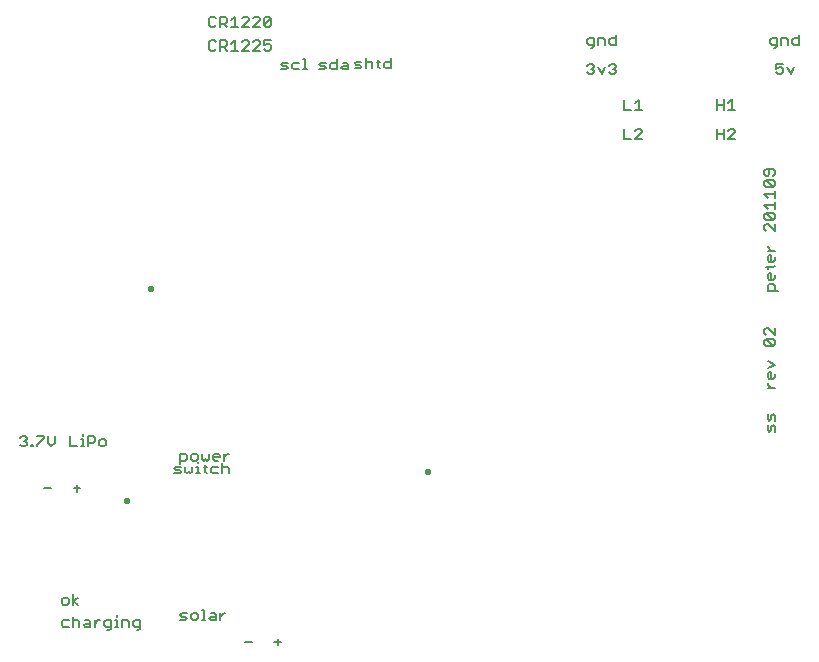
<source format=gto>
G75*
G70*
%OFA0B0*%
%FSLAX24Y24*%
%IPPOS*%
%LPD*%
%AMOC8*
5,1,8,0,0,1.08239X$1,22.5*
%
%ADD10C,0.0060*%
%ADD11C,0.0110*%
D10*
X003926Y001874D02*
X003870Y001931D01*
X003870Y002043D01*
X003926Y002100D01*
X004095Y002100D01*
X004236Y002043D02*
X004292Y002100D01*
X004405Y002100D01*
X004461Y002043D01*
X004461Y001874D01*
X004602Y001931D02*
X004658Y001987D01*
X004827Y001987D01*
X004827Y002043D02*
X004827Y001874D01*
X004658Y001874D01*
X004602Y001931D01*
X004658Y002100D02*
X004771Y002100D01*
X004827Y002043D01*
X004968Y001987D02*
X005081Y002100D01*
X005137Y002100D01*
X005273Y002043D02*
X005273Y001931D01*
X005329Y001874D01*
X005498Y001874D01*
X005498Y001818D02*
X005442Y001762D01*
X005386Y001762D01*
X005498Y001818D02*
X005498Y002100D01*
X005329Y002100D01*
X005273Y002043D01*
X004968Y002100D02*
X004968Y001874D01*
X005639Y001874D02*
X005752Y001874D01*
X005695Y001874D02*
X005695Y002100D01*
X005639Y002100D01*
X005695Y002212D02*
X005695Y002269D01*
X005883Y002100D02*
X005883Y001874D01*
X006109Y001874D02*
X006109Y002043D01*
X006052Y002100D01*
X005883Y002100D01*
X006249Y002043D02*
X006249Y001931D01*
X006306Y001874D01*
X006475Y001874D01*
X006475Y001818D02*
X006475Y002100D01*
X006306Y002100D01*
X006249Y002043D01*
X006362Y001762D02*
X006418Y001762D01*
X006475Y001818D01*
X007813Y002107D02*
X007982Y002107D01*
X008038Y002163D01*
X007982Y002219D01*
X007869Y002219D01*
X007813Y002276D01*
X007869Y002332D01*
X008038Y002332D01*
X008179Y002276D02*
X008179Y002163D01*
X008235Y002107D01*
X008348Y002107D01*
X008404Y002163D01*
X008404Y002276D01*
X008348Y002332D01*
X008235Y002332D01*
X008179Y002276D01*
X008545Y002445D02*
X008601Y002445D01*
X008601Y002107D01*
X008545Y002107D02*
X008657Y002107D01*
X008789Y002163D02*
X008845Y002219D01*
X009014Y002219D01*
X009014Y002276D02*
X009014Y002107D01*
X008845Y002107D01*
X008789Y002163D01*
X008845Y002332D02*
X008958Y002332D01*
X009014Y002276D01*
X009155Y002332D02*
X009155Y002107D01*
X009155Y002219D02*
X009268Y002332D01*
X009324Y002332D01*
X009972Y001374D02*
X010197Y001374D01*
X010956Y001374D02*
X011182Y001374D01*
X011069Y001487D02*
X011069Y001261D01*
X004405Y002622D02*
X004236Y002735D01*
X004405Y002848D01*
X004236Y002960D02*
X004236Y002622D01*
X004095Y002679D02*
X004095Y002791D01*
X004039Y002848D01*
X003926Y002848D01*
X003870Y002791D01*
X003870Y002679D01*
X003926Y002622D01*
X004039Y002622D01*
X004095Y002679D01*
X004236Y002212D02*
X004236Y001874D01*
X004095Y001874D02*
X003926Y001874D01*
X004376Y006380D02*
X004376Y006605D01*
X004263Y006492D02*
X004489Y006492D01*
X003504Y006492D02*
X003279Y006492D01*
X003041Y007898D02*
X003041Y007954D01*
X003266Y008180D01*
X003266Y008236D01*
X003041Y008236D01*
X002914Y007954D02*
X002858Y007954D01*
X002858Y007898D01*
X002914Y007898D01*
X002914Y007954D01*
X002717Y007954D02*
X002661Y007898D01*
X002548Y007898D01*
X002492Y007954D01*
X002604Y008067D02*
X002661Y008067D01*
X002717Y008011D01*
X002717Y007954D01*
X002661Y008067D02*
X002717Y008123D01*
X002717Y008180D01*
X002661Y008236D01*
X002548Y008236D01*
X002492Y008180D01*
X003407Y008236D02*
X003407Y008011D01*
X003520Y007898D01*
X003632Y008011D01*
X003632Y008236D01*
X004139Y008236D02*
X004139Y007898D01*
X004364Y007898D01*
X004505Y007898D02*
X004618Y007898D01*
X004562Y007898D02*
X004562Y008123D01*
X004505Y008123D01*
X004562Y008236D02*
X004562Y008292D01*
X004749Y008236D02*
X004918Y008236D01*
X004975Y008180D01*
X004975Y008067D01*
X004918Y008011D01*
X004749Y008011D01*
X004749Y007898D02*
X004749Y008236D01*
X005115Y008067D02*
X005115Y007954D01*
X005172Y007898D01*
X005284Y007898D01*
X005341Y007954D01*
X005341Y008067D01*
X005284Y008123D01*
X005172Y008123D01*
X005115Y008067D01*
X007626Y007158D02*
X007682Y007101D01*
X007795Y007101D01*
X007851Y007045D01*
X007795Y006989D01*
X007626Y006989D01*
X007626Y007158D02*
X007682Y007214D01*
X007851Y007214D01*
X007809Y007309D02*
X007809Y007647D01*
X007978Y007647D01*
X008034Y007591D01*
X008034Y007478D01*
X007978Y007422D01*
X007809Y007422D01*
X007992Y007214D02*
X007992Y007045D01*
X008048Y006989D01*
X008104Y007045D01*
X008161Y006989D01*
X008217Y007045D01*
X008217Y007214D01*
X008358Y007214D02*
X008414Y007214D01*
X008414Y006989D01*
X008358Y006989D02*
X008470Y006989D01*
X008658Y007045D02*
X008658Y007270D01*
X008602Y007214D02*
X008715Y007214D01*
X008846Y007158D02*
X008846Y007045D01*
X008902Y006989D01*
X009071Y006989D01*
X009212Y006989D02*
X009212Y007326D01*
X009273Y007422D02*
X009273Y007647D01*
X009273Y007534D02*
X009386Y007647D01*
X009442Y007647D01*
X009132Y007591D02*
X009132Y007534D01*
X008907Y007534D01*
X008907Y007478D02*
X008907Y007591D01*
X008963Y007647D01*
X009076Y007647D01*
X009132Y007591D01*
X009076Y007422D02*
X008963Y007422D01*
X008907Y007478D01*
X008766Y007478D02*
X008766Y007647D01*
X008766Y007478D02*
X008710Y007422D01*
X008654Y007478D01*
X008597Y007422D01*
X008541Y007478D01*
X008541Y007647D01*
X008400Y007591D02*
X008344Y007647D01*
X008231Y007647D01*
X008175Y007591D01*
X008175Y007478D01*
X008231Y007422D01*
X008344Y007422D01*
X008400Y007478D01*
X008400Y007591D01*
X008414Y007383D02*
X008414Y007326D01*
X008658Y007045D02*
X008715Y006989D01*
X008846Y007158D02*
X008902Y007214D01*
X009071Y007214D01*
X009212Y007158D02*
X009268Y007214D01*
X009381Y007214D01*
X009437Y007158D01*
X009437Y006989D01*
X022626Y018130D02*
X022851Y018130D01*
X022992Y018130D02*
X023217Y018356D01*
X023217Y018412D01*
X023161Y018468D01*
X023048Y018468D01*
X022992Y018412D01*
X022626Y018468D02*
X022626Y018130D01*
X022992Y018130D02*
X023217Y018130D01*
X023217Y019115D02*
X022992Y019115D01*
X023104Y019115D02*
X023104Y019452D01*
X022992Y019340D01*
X022851Y019115D02*
X022626Y019115D01*
X022626Y019452D01*
X022291Y020300D02*
X022178Y020300D01*
X022122Y020356D01*
X022234Y020469D02*
X022291Y020469D01*
X022347Y020412D01*
X022347Y020356D01*
X022291Y020300D01*
X022291Y020469D02*
X022347Y020525D01*
X022347Y020581D01*
X022291Y020638D01*
X022178Y020638D01*
X022122Y020581D01*
X021981Y020525D02*
X021868Y020300D01*
X021755Y020525D01*
X021615Y020525D02*
X021558Y020469D01*
X021615Y020412D01*
X021615Y020356D01*
X021558Y020300D01*
X021446Y020300D01*
X021389Y020356D01*
X021502Y020469D02*
X021558Y020469D01*
X021615Y020525D02*
X021615Y020581D01*
X021558Y020638D01*
X021446Y020638D01*
X021389Y020581D01*
X021502Y021171D02*
X021558Y021171D01*
X021615Y021228D01*
X021615Y021509D01*
X021446Y021509D01*
X021389Y021453D01*
X021389Y021340D01*
X021446Y021284D01*
X021615Y021284D01*
X021755Y021284D02*
X021755Y021509D01*
X021924Y021509D01*
X021981Y021453D01*
X021981Y021284D01*
X022122Y021340D02*
X022122Y021453D01*
X022178Y021509D01*
X022347Y021509D01*
X022347Y021622D02*
X022347Y021284D01*
X022178Y021284D01*
X022122Y021340D01*
X025720Y019456D02*
X025720Y019119D01*
X025720Y019287D02*
X025945Y019287D01*
X026086Y019344D02*
X026199Y019456D01*
X026199Y019119D01*
X026311Y019119D02*
X026086Y019119D01*
X025945Y019119D02*
X025945Y019456D01*
X025945Y018472D02*
X025945Y018134D01*
X026086Y018134D02*
X026311Y018360D01*
X026311Y018416D01*
X026255Y018472D01*
X026142Y018472D01*
X026086Y018416D01*
X025945Y018303D02*
X025720Y018303D01*
X025720Y018134D02*
X025720Y018472D01*
X026086Y018134D02*
X026311Y018134D01*
X027347Y017138D02*
X027291Y017082D01*
X027291Y016969D01*
X027347Y016913D01*
X027403Y016913D01*
X027460Y016969D01*
X027460Y017138D01*
X027572Y017138D02*
X027347Y017138D01*
X027572Y017138D02*
X027629Y017082D01*
X027629Y016969D01*
X027572Y016913D01*
X027572Y016772D02*
X027347Y016772D01*
X027572Y016547D01*
X027629Y016603D01*
X027629Y016716D01*
X027572Y016772D01*
X027347Y016772D02*
X027291Y016716D01*
X027291Y016603D01*
X027347Y016547D01*
X027572Y016547D01*
X027629Y016406D02*
X027629Y016181D01*
X027629Y016293D02*
X027291Y016293D01*
X027403Y016181D01*
X027629Y016040D02*
X027629Y015815D01*
X027629Y015927D02*
X027291Y015927D01*
X027403Y015815D01*
X027347Y015674D02*
X027572Y015674D01*
X027629Y015617D01*
X027629Y015505D01*
X027572Y015448D01*
X027347Y015674D01*
X027291Y015617D01*
X027291Y015505D01*
X027347Y015448D01*
X027572Y015448D01*
X027629Y015308D02*
X027629Y015082D01*
X027403Y015308D01*
X027347Y015308D01*
X027291Y015251D01*
X027291Y015139D01*
X027347Y015082D01*
X027403Y014580D02*
X027403Y014524D01*
X027516Y014411D01*
X027629Y014411D02*
X027403Y014411D01*
X027460Y014270D02*
X027516Y014270D01*
X027516Y014045D01*
X027572Y014045D02*
X027460Y014045D01*
X027403Y014101D01*
X027403Y014214D01*
X027460Y014270D01*
X027629Y014214D02*
X027629Y014101D01*
X027572Y014045D01*
X027629Y013914D02*
X027572Y013857D01*
X027347Y013857D01*
X027403Y013801D02*
X027403Y013914D01*
X027460Y013660D02*
X027516Y013660D01*
X027516Y013435D01*
X027572Y013435D02*
X027460Y013435D01*
X027403Y013491D01*
X027403Y013604D01*
X027460Y013660D01*
X027629Y013604D02*
X027629Y013491D01*
X027572Y013435D01*
X027572Y013294D02*
X027629Y013238D01*
X027629Y013069D01*
X027741Y013069D02*
X027403Y013069D01*
X027403Y013238D01*
X027460Y013294D01*
X027572Y013294D01*
X027629Y011830D02*
X027629Y011604D01*
X027403Y011830D01*
X027347Y011830D01*
X027291Y011773D01*
X027291Y011661D01*
X027347Y011604D01*
X027347Y011464D02*
X027572Y011238D01*
X027629Y011295D01*
X027629Y011407D01*
X027572Y011464D01*
X027347Y011464D01*
X027291Y011407D01*
X027291Y011295D01*
X027347Y011238D01*
X027572Y011238D01*
X027403Y010731D02*
X027629Y010619D01*
X027403Y010506D01*
X027460Y010365D02*
X027516Y010365D01*
X027516Y010140D01*
X027572Y010140D02*
X027460Y010140D01*
X027403Y010196D01*
X027403Y010309D01*
X027460Y010365D01*
X027629Y010309D02*
X027629Y010196D01*
X027572Y010140D01*
X027403Y010004D02*
X027403Y009948D01*
X027516Y009835D01*
X027629Y009835D02*
X027403Y009835D01*
X027403Y008962D02*
X027403Y008793D01*
X027460Y008737D01*
X027516Y008793D01*
X027516Y008906D01*
X027572Y008962D01*
X027629Y008906D01*
X027629Y008737D01*
X027572Y008596D02*
X027516Y008539D01*
X027516Y008427D01*
X027460Y008370D01*
X027403Y008427D01*
X027403Y008596D01*
X027572Y008596D02*
X027629Y008539D01*
X027629Y008370D01*
X027745Y020300D02*
X027689Y020356D01*
X027745Y020300D02*
X027858Y020300D01*
X027914Y020356D01*
X027914Y020469D01*
X027858Y020525D01*
X027801Y020525D01*
X027689Y020469D01*
X027689Y020638D01*
X027914Y020638D01*
X028055Y020525D02*
X028167Y020300D01*
X028280Y020525D01*
X028280Y021284D02*
X028224Y021340D01*
X028224Y021453D01*
X028280Y021509D01*
X028449Y021509D01*
X028449Y021622D02*
X028449Y021284D01*
X028280Y021284D01*
X028083Y021284D02*
X028083Y021453D01*
X028027Y021509D01*
X027858Y021509D01*
X027858Y021284D01*
X027717Y021284D02*
X027548Y021284D01*
X027492Y021340D01*
X027492Y021453D01*
X027548Y021509D01*
X027717Y021509D01*
X027717Y021228D01*
X027661Y021171D01*
X027604Y021171D01*
X014835Y020834D02*
X014835Y020496D01*
X014666Y020496D01*
X014610Y020553D01*
X014610Y020665D01*
X014666Y020722D01*
X014835Y020722D01*
X014478Y020722D02*
X014366Y020722D01*
X014422Y020778D02*
X014422Y020553D01*
X014478Y020496D01*
X014225Y020496D02*
X014225Y020665D01*
X014169Y020722D01*
X014056Y020722D01*
X014000Y020665D01*
X013859Y020722D02*
X013690Y020722D01*
X013633Y020665D01*
X013690Y020609D01*
X013802Y020609D01*
X013859Y020553D01*
X013802Y020496D01*
X013633Y020496D01*
X013410Y020457D02*
X013241Y020457D01*
X013185Y020513D01*
X013241Y020570D01*
X013410Y020570D01*
X013410Y020626D02*
X013410Y020457D01*
X013410Y020626D02*
X013354Y020682D01*
X013241Y020682D01*
X013044Y020682D02*
X012875Y020682D01*
X012818Y020626D01*
X012818Y020513D01*
X012875Y020457D01*
X013044Y020457D01*
X013044Y020795D01*
X012678Y020682D02*
X012509Y020682D01*
X012452Y020626D01*
X012509Y020570D01*
X012621Y020570D01*
X012678Y020513D01*
X012621Y020457D01*
X012452Y020457D01*
X012037Y020457D02*
X011925Y020457D01*
X011981Y020457D02*
X011981Y020795D01*
X011925Y020795D01*
X011784Y020682D02*
X011615Y020682D01*
X011559Y020626D01*
X011559Y020513D01*
X011615Y020457D01*
X011784Y020457D01*
X011418Y020513D02*
X011361Y020570D01*
X011249Y020570D01*
X011193Y020626D01*
X011249Y020682D01*
X011418Y020682D01*
X011418Y020513D02*
X011361Y020457D01*
X011193Y020457D01*
X010790Y021087D02*
X010678Y021087D01*
X010621Y021143D01*
X010621Y021256D02*
X010734Y021312D01*
X010790Y021312D01*
X010847Y021256D01*
X010847Y021143D01*
X010790Y021087D01*
X010621Y021256D02*
X010621Y021425D01*
X010847Y021425D01*
X010481Y021369D02*
X010424Y021425D01*
X010312Y021425D01*
X010255Y021369D01*
X010115Y021369D02*
X010058Y021425D01*
X009946Y021425D01*
X009889Y021369D01*
X010115Y021369D02*
X010115Y021312D01*
X009889Y021087D01*
X010115Y021087D01*
X010255Y021087D02*
X010481Y021312D01*
X010481Y021369D01*
X010481Y021087D02*
X010255Y021087D01*
X009748Y021087D02*
X009523Y021087D01*
X009636Y021087D02*
X009636Y021425D01*
X009523Y021312D01*
X009382Y021256D02*
X009326Y021200D01*
X009157Y021200D01*
X009270Y021200D02*
X009382Y021087D01*
X009382Y021256D02*
X009382Y021369D01*
X009326Y021425D01*
X009157Y021425D01*
X009157Y021087D01*
X009016Y021143D02*
X008960Y021087D01*
X008847Y021087D01*
X008791Y021143D01*
X008791Y021369D01*
X008847Y021425D01*
X008960Y021425D01*
X009016Y021369D01*
X008960Y021874D02*
X008847Y021874D01*
X008791Y021931D01*
X008791Y022156D01*
X008847Y022212D01*
X008960Y022212D01*
X009016Y022156D01*
X009157Y022212D02*
X009326Y022212D01*
X009382Y022156D01*
X009382Y022043D01*
X009326Y021987D01*
X009157Y021987D01*
X009157Y021874D02*
X009157Y022212D01*
X009270Y021987D02*
X009382Y021874D01*
X009523Y021874D02*
X009748Y021874D01*
X009636Y021874D02*
X009636Y022212D01*
X009523Y022100D01*
X009889Y022156D02*
X009946Y022212D01*
X010058Y022212D01*
X010115Y022156D01*
X010115Y022100D01*
X009889Y021874D01*
X010115Y021874D01*
X010255Y021874D02*
X010481Y022100D01*
X010481Y022156D01*
X010424Y022212D01*
X010312Y022212D01*
X010255Y022156D01*
X010255Y021874D02*
X010481Y021874D01*
X010621Y021931D02*
X010847Y022156D01*
X010847Y021931D01*
X010790Y021874D01*
X010678Y021874D01*
X010621Y021931D01*
X010621Y022156D01*
X010678Y022212D01*
X010790Y022212D01*
X010847Y022156D01*
X009016Y021931D02*
X008960Y021874D01*
X014000Y020834D02*
X014000Y020496D01*
D11*
X006867Y013218D02*
X006867Y013120D01*
X006769Y013120D01*
X006769Y013218D01*
X006867Y013218D01*
X006080Y006132D02*
X005981Y006132D01*
X005981Y006033D01*
X006080Y006033D01*
X006080Y006132D01*
X016021Y007018D02*
X016119Y007018D01*
X016119Y007116D01*
X016021Y007116D01*
X016021Y007018D01*
M02*

</source>
